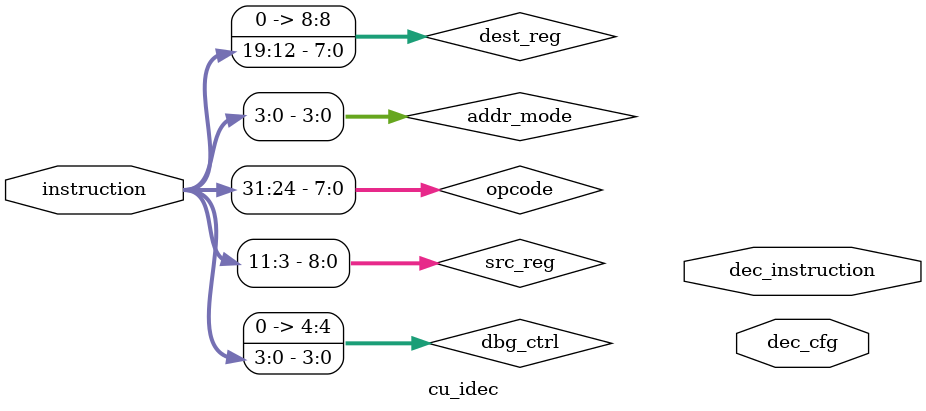
<source format=v>
`timescale 1ns / 1ps
`include "opcodes.vh"
`include "alu_control_signals.vh"

module cu_idec(
input   [31:0]   instruction,
output  [255:0]  dec_instruction,
output  [7:0]    dec_cfg
    );
    
    reg [255:0] dec_signal;
    reg [7:0] dec_cfg_signal;
    wire [7:0] opcode = instruction[31:24];
    wire [3:0] addr_mode = instruction[23:0];
    wire [8:0] dest_reg  = instruction[19:12];
    wire [8:0] src_reg = instruction[11:3];
    wire [4:0] dbg_ctrl = instruction[3:0];
    
    always @ (instruction)
    begin
    
    end
    
endmodule

</source>
